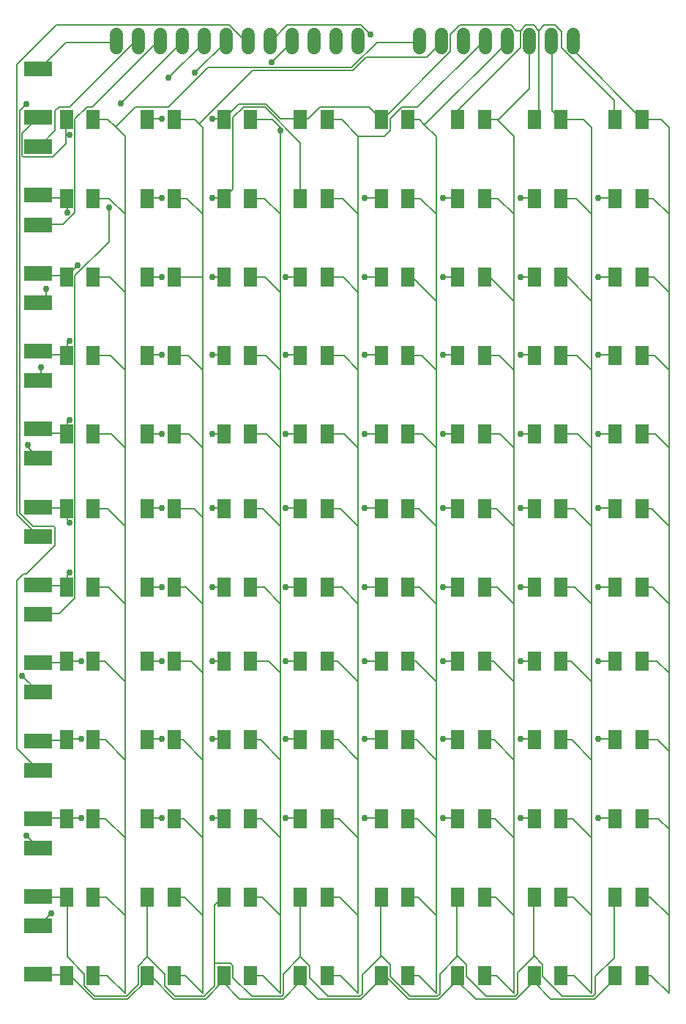
<source format=gbr>
G04 EAGLE Gerber RS-274X export*
G75*
%MOMM*%
%FSLAX34Y34*%
%LPD*%
%INTop Copper*%
%IPPOS*%
%AMOC8*
5,1,8,0,0,1.08239X$1,22.5*%
G01*
%ADD10R,1.500000X2.200000*%
%ADD11R,3.200000X1.800000*%
%ADD12C,1.524000*%
%ADD13C,0.152400*%
%ADD14C,0.756400*%


D10*
X103500Y1029300D03*
X72500Y1029300D03*
X103500Y222100D03*
X72500Y222100D03*
X103500Y131300D03*
X72500Y131300D03*
X103500Y40500D03*
X72500Y40500D03*
X103500Y938500D03*
X72500Y938500D03*
X103500Y847700D03*
X72500Y847700D03*
X103500Y756900D03*
X72500Y756900D03*
X103500Y666100D03*
X72500Y666100D03*
X103500Y580300D03*
X72500Y580300D03*
X103500Y489500D03*
X72500Y489500D03*
X103500Y403700D03*
X72500Y403700D03*
X103500Y312900D03*
X72500Y312900D03*
X197000Y1029300D03*
X166000Y1029300D03*
X197000Y222100D03*
X166000Y222100D03*
X197000Y131300D03*
X166000Y131300D03*
X197000Y40500D03*
X166000Y40500D03*
X197000Y938500D03*
X166000Y938500D03*
X197000Y847700D03*
X166000Y847700D03*
X197000Y756900D03*
X166000Y756900D03*
X197000Y666100D03*
X166000Y666100D03*
X197000Y580300D03*
X166000Y580300D03*
X197000Y489500D03*
X166000Y489500D03*
X197000Y403700D03*
X166000Y403700D03*
X197000Y312900D03*
X166000Y312900D03*
X285500Y1029300D03*
X254500Y1029300D03*
X285500Y222100D03*
X254500Y222100D03*
X285500Y131300D03*
X254500Y131300D03*
X285500Y40500D03*
X254500Y40500D03*
X285500Y938500D03*
X254500Y938500D03*
X285500Y847700D03*
X254500Y847700D03*
X285500Y756900D03*
X254500Y756900D03*
X285500Y666100D03*
X254500Y666100D03*
X285500Y580300D03*
X254500Y580300D03*
X285500Y489500D03*
X254500Y489500D03*
X285500Y403700D03*
X254500Y403700D03*
X285500Y312900D03*
X254500Y312900D03*
X374000Y1029300D03*
X343000Y1029300D03*
X374000Y222100D03*
X343000Y222100D03*
X374000Y131300D03*
X343000Y131300D03*
X374000Y40500D03*
X343000Y40500D03*
X374000Y938500D03*
X343000Y938500D03*
X374000Y847700D03*
X343000Y847700D03*
X374000Y756900D03*
X343000Y756900D03*
X374000Y666100D03*
X343000Y666100D03*
X374000Y580300D03*
X343000Y580300D03*
X374000Y489500D03*
X343000Y489500D03*
X374000Y403700D03*
X343000Y403700D03*
X374000Y312900D03*
X343000Y312900D03*
X467500Y1029300D03*
X436500Y1029300D03*
X467500Y222100D03*
X436500Y222100D03*
X467500Y131300D03*
X436500Y131300D03*
X467500Y40500D03*
X436500Y40500D03*
X467500Y938500D03*
X436500Y938500D03*
X467500Y847700D03*
X436500Y847700D03*
X467500Y756900D03*
X436500Y756900D03*
X467500Y666100D03*
X436500Y666100D03*
X467500Y580300D03*
X436500Y580300D03*
X467500Y489500D03*
X436500Y489500D03*
X467500Y403700D03*
X436500Y403700D03*
X467500Y312900D03*
X436500Y312900D03*
X556000Y1029300D03*
X525000Y1029300D03*
X556000Y222100D03*
X525000Y222100D03*
X556000Y131300D03*
X525000Y131300D03*
X556000Y40500D03*
X525000Y40500D03*
X556000Y938500D03*
X525000Y938500D03*
X556000Y847700D03*
X525000Y847700D03*
X556000Y756900D03*
X525000Y756900D03*
X556000Y666100D03*
X525000Y666100D03*
X556000Y580300D03*
X525000Y580300D03*
X556000Y489500D03*
X525000Y489500D03*
X556000Y403700D03*
X525000Y403700D03*
X556000Y312900D03*
X525000Y312900D03*
X644500Y1029300D03*
X613500Y1029300D03*
X644500Y222100D03*
X613500Y222100D03*
X644500Y131300D03*
X613500Y131300D03*
X644500Y40500D03*
X613500Y40500D03*
X644500Y938500D03*
X613500Y938500D03*
X644500Y847700D03*
X613500Y847700D03*
X644500Y756900D03*
X613500Y756900D03*
X644500Y666100D03*
X613500Y666100D03*
X644500Y580300D03*
X613500Y580300D03*
X644500Y489500D03*
X613500Y489500D03*
X644500Y403700D03*
X613500Y403700D03*
X644500Y312900D03*
X613500Y312900D03*
X738000Y1029300D03*
X707000Y1029300D03*
X738000Y222100D03*
X707000Y222100D03*
X738000Y131300D03*
X707000Y131300D03*
X738000Y40500D03*
X707000Y40500D03*
X738000Y938500D03*
X707000Y938500D03*
X738000Y847700D03*
X707000Y847700D03*
X738000Y756900D03*
X707000Y756900D03*
X738000Y666100D03*
X707000Y666100D03*
X738000Y580300D03*
X707000Y580300D03*
X738000Y489500D03*
X707000Y489500D03*
X738000Y403700D03*
X707000Y403700D03*
X738000Y312900D03*
X707000Y312900D03*
D11*
X40000Y1088000D03*
X40000Y1032000D03*
X40000Y278000D03*
X40000Y222000D03*
X40000Y188000D03*
X40000Y132000D03*
X40000Y98000D03*
X40000Y42000D03*
X40000Y998000D03*
X40000Y942000D03*
X40000Y908000D03*
X40000Y852000D03*
X40000Y818000D03*
X40000Y762000D03*
X40000Y728000D03*
X40000Y672000D03*
X40000Y638000D03*
X40000Y582000D03*
X40000Y548000D03*
X40000Y492000D03*
X40000Y458000D03*
X40000Y402000D03*
X40000Y368000D03*
X40000Y312000D03*
D12*
X658900Y1112380D02*
X658900Y1127620D01*
X633500Y1127620D02*
X633500Y1112380D01*
X608100Y1112380D02*
X608100Y1127620D01*
X582700Y1127620D02*
X582700Y1112380D01*
X557300Y1112380D02*
X557300Y1127620D01*
X531900Y1127620D02*
X531900Y1112380D01*
X506500Y1112380D02*
X506500Y1127620D01*
X481100Y1127620D02*
X481100Y1112380D01*
X130300Y1112380D02*
X130300Y1127620D01*
X155700Y1127620D02*
X155700Y1112380D01*
X181100Y1112380D02*
X181100Y1127620D01*
X206500Y1127620D02*
X206500Y1112380D01*
X231900Y1112380D02*
X231900Y1127620D01*
X257300Y1127620D02*
X257300Y1112380D01*
X282700Y1112380D02*
X282700Y1127620D01*
X308100Y1127620D02*
X308100Y1112380D01*
X333500Y1112380D02*
X333500Y1127620D01*
X358900Y1127620D02*
X358900Y1112380D01*
X384300Y1112380D02*
X384300Y1127620D01*
X409700Y1127620D02*
X409700Y1112380D01*
D13*
X390700Y1029300D02*
X374000Y1029300D01*
X390700Y1029300D02*
X410000Y1010000D01*
X410000Y110000D02*
X410000Y20000D01*
X410000Y110000D02*
X410000Y200000D01*
X410000Y290000D01*
X410000Y380000D01*
X410000Y470000D01*
X410000Y560000D01*
X410000Y650000D01*
X410000Y740000D01*
X410000Y830000D01*
X410000Y920000D01*
X410000Y1010000D01*
X389500Y40500D02*
X374000Y40500D01*
X389500Y40500D02*
X410000Y20000D01*
X388700Y131300D02*
X374000Y131300D01*
X388700Y131300D02*
X410000Y110000D01*
X387900Y222100D02*
X374000Y222100D01*
X387900Y222100D02*
X410000Y200000D01*
X387100Y312900D02*
X374000Y312900D01*
X387100Y312900D02*
X410000Y290000D01*
X386300Y403700D02*
X374000Y403700D01*
X386300Y403700D02*
X410000Y380000D01*
X389500Y489500D02*
X374000Y489500D01*
X389500Y489500D02*
X390000Y490000D01*
X410000Y470000D01*
X389700Y580300D02*
X374000Y580300D01*
X389700Y580300D02*
X410000Y560000D01*
X393900Y666100D02*
X374000Y666100D01*
X393900Y666100D02*
X410000Y650000D01*
X393100Y756900D02*
X374000Y756900D01*
X393100Y756900D02*
X410000Y740000D01*
X392300Y847700D02*
X374000Y847700D01*
X392300Y847700D02*
X410000Y830000D01*
X391500Y938500D02*
X374000Y938500D01*
X391500Y938500D02*
X410000Y920000D01*
X553212Y1118616D02*
X556260Y1118616D01*
X553212Y1118616D02*
X478536Y1043940D01*
X460248Y1043940D01*
X446532Y1030224D01*
X446532Y1016508D01*
X440436Y1010412D01*
X409956Y1010412D01*
X556260Y1118616D02*
X557300Y1120000D01*
X409956Y1010412D02*
X410000Y1010000D01*
X467500Y1029300D02*
X480700Y1029300D01*
X486014Y1023986D01*
X500000Y1010000D01*
X500000Y110000D02*
X500000Y20000D01*
X500000Y110000D02*
X500000Y200000D01*
X500000Y290000D01*
X500000Y380000D01*
X500000Y470000D01*
X500000Y560000D01*
X500000Y650000D01*
X500000Y740000D01*
X500000Y820000D01*
X500000Y920000D01*
X500000Y1010000D01*
X479500Y40500D02*
X467500Y40500D01*
X479500Y40500D02*
X500000Y20000D01*
X478700Y131300D02*
X467500Y131300D01*
X478700Y131300D02*
X500000Y110000D01*
X477900Y222100D02*
X467500Y222100D01*
X477900Y222100D02*
X500000Y200000D01*
X477100Y312900D02*
X467500Y312900D01*
X477100Y312900D02*
X500000Y290000D01*
X476300Y403700D02*
X467500Y403700D01*
X476300Y403700D02*
X500000Y380000D01*
X480500Y489500D02*
X467500Y489500D01*
X480500Y489500D02*
X500000Y470000D01*
X479700Y580300D02*
X467500Y580300D01*
X479700Y580300D02*
X500000Y560000D01*
X483900Y666100D02*
X467500Y666100D01*
X483900Y666100D02*
X500000Y650000D01*
X483100Y756900D02*
X467500Y756900D01*
X483100Y756900D02*
X500000Y740000D01*
X472300Y847700D02*
X467500Y847700D01*
X472300Y847700D02*
X500000Y820000D01*
X481500Y938500D02*
X467500Y938500D01*
X481500Y938500D02*
X500000Y920000D01*
X487680Y1024128D02*
X582168Y1118616D01*
X487680Y1024128D02*
X486156Y1024128D01*
X582168Y1118616D02*
X582700Y1120000D01*
X486156Y1024128D02*
X486014Y1023986D01*
X556000Y1029300D02*
X570700Y1029300D01*
X571400Y1028600D01*
X590000Y1010000D01*
X590000Y110000D02*
X590000Y20000D01*
X590000Y110000D02*
X590000Y200000D01*
X590000Y290000D01*
X590000Y380000D01*
X590000Y470000D01*
X590000Y560000D01*
X590000Y650000D01*
X590000Y740000D01*
X590000Y820000D01*
X590000Y920000D01*
X590000Y1010000D01*
X569500Y40500D02*
X556000Y40500D01*
X569500Y40500D02*
X590000Y20000D01*
X568700Y131300D02*
X556000Y131300D01*
X568700Y131300D02*
X590000Y110000D01*
X567900Y222100D02*
X556000Y222100D01*
X567900Y222100D02*
X590000Y200000D01*
X567100Y312900D02*
X556000Y312900D01*
X567100Y312900D02*
X590000Y290000D01*
X566300Y403700D02*
X556000Y403700D01*
X566300Y403700D02*
X590000Y380000D01*
X570500Y489500D02*
X556000Y489500D01*
X570500Y489500D02*
X590000Y470000D01*
X569700Y580300D02*
X556000Y580300D01*
X569700Y580300D02*
X590000Y560000D01*
X573900Y666100D02*
X556000Y666100D01*
X573900Y666100D02*
X590000Y650000D01*
X556900Y756900D02*
X556000Y756900D01*
X556900Y756900D02*
X560000Y760000D01*
X556000Y756900D02*
X573100Y756900D01*
X590000Y740000D01*
X562300Y847700D02*
X556000Y847700D01*
X562300Y847700D02*
X590000Y820000D01*
X571500Y938500D02*
X556000Y938500D01*
X571500Y938500D02*
X590000Y920000D01*
X608076Y1065276D02*
X608076Y1118616D01*
X608076Y1065276D02*
X571400Y1028600D01*
X608076Y1118616D02*
X608100Y1120000D01*
X644500Y1029300D02*
X670700Y1029300D01*
X680000Y1020000D01*
X680000Y110000D02*
X680000Y20000D01*
X680000Y110000D02*
X680000Y200000D01*
X680000Y290000D01*
X680000Y380000D01*
X680000Y470000D01*
X680000Y560000D01*
X680000Y650000D01*
X680000Y740000D01*
X680000Y820000D01*
X680000Y920000D01*
X680000Y1020000D01*
X659500Y40500D02*
X644500Y40500D01*
X659500Y40500D02*
X680000Y20000D01*
X658700Y131300D02*
X644500Y131300D01*
X658700Y131300D02*
X680000Y110000D01*
X657900Y222100D02*
X644500Y222100D01*
X657900Y222100D02*
X680000Y200000D01*
X657100Y312900D02*
X644500Y312900D01*
X657100Y312900D02*
X680000Y290000D01*
X656300Y403700D02*
X644500Y403700D01*
X656300Y403700D02*
X680000Y380000D01*
X660500Y489500D02*
X644500Y489500D01*
X660500Y489500D02*
X680000Y470000D01*
X659700Y580300D02*
X644500Y580300D01*
X659700Y580300D02*
X680000Y560000D01*
X663900Y666100D02*
X644500Y666100D01*
X663900Y666100D02*
X680000Y650000D01*
X663100Y756900D02*
X644500Y756900D01*
X663100Y756900D02*
X680000Y740000D01*
X652300Y847700D02*
X644500Y847700D01*
X652300Y847700D02*
X680000Y820000D01*
X661500Y938500D02*
X644500Y938500D01*
X661500Y938500D02*
X680000Y920000D01*
X633984Y1039368D02*
X633984Y1118616D01*
X633984Y1039368D02*
X643128Y1030224D01*
X633984Y1118616D02*
X633500Y1120000D01*
X643128Y1030224D02*
X644500Y1029300D01*
X738000Y1029300D02*
X759778Y1029300D01*
X769078Y1020000D01*
X769078Y110000D02*
X769078Y20000D01*
X769078Y110000D02*
X769078Y210000D01*
X769078Y300000D01*
X769078Y390000D01*
X769078Y470000D01*
X769078Y560000D01*
X769078Y650000D01*
X769078Y740000D01*
X769078Y830000D01*
X769078Y920000D01*
X769078Y1020000D01*
X748578Y40500D02*
X738000Y40500D01*
X748578Y40500D02*
X769078Y20000D01*
X747778Y131300D02*
X738000Y131300D01*
X747778Y131300D02*
X769078Y110000D01*
X756978Y222100D02*
X738000Y222100D01*
X756978Y222100D02*
X769078Y210000D01*
X756178Y312900D02*
X738000Y312900D01*
X756178Y312900D02*
X769078Y300000D01*
X755378Y403700D02*
X738000Y403700D01*
X755378Y403700D02*
X769078Y390000D01*
X749578Y489500D02*
X738000Y489500D01*
X749578Y489500D02*
X769078Y470000D01*
X748778Y580300D02*
X738000Y580300D01*
X748778Y580300D02*
X769078Y560000D01*
X752978Y666100D02*
X738000Y666100D01*
X752978Y666100D02*
X769078Y650000D01*
X752178Y756900D02*
X738000Y756900D01*
X752178Y756900D02*
X769078Y740000D01*
X751378Y847700D02*
X738000Y847700D01*
X751378Y847700D02*
X769078Y830000D01*
X750578Y938500D02*
X738000Y938500D01*
X750578Y938500D02*
X769078Y920000D01*
X659892Y1107948D02*
X659892Y1118616D01*
X659892Y1107948D02*
X737616Y1030224D01*
X659892Y1118616D02*
X658900Y1120000D01*
X737616Y1030224D02*
X738000Y1029300D01*
X525780Y1030224D02*
X525780Y1040892D01*
X597408Y1112520D01*
X597408Y1132332D01*
X603504Y1138428D01*
X612648Y1138428D01*
X618744Y1132332D01*
X618744Y1034796D01*
X614172Y1030224D01*
X525780Y1030224D02*
X525000Y1029300D01*
X613500Y1029300D02*
X614172Y1030224D01*
X705612Y1030224D02*
X705612Y1051560D01*
X644652Y1112520D01*
X644652Y1130808D01*
X637032Y1138428D01*
X624840Y1138428D01*
X618744Y1132332D01*
X705612Y1030224D02*
X707000Y1029300D01*
X352044Y1030224D02*
X344424Y1030224D01*
X352044Y1030224D02*
X365760Y1043940D01*
X422148Y1043940D01*
X435864Y1030224D01*
X344424Y1030224D02*
X343000Y1029300D01*
X435864Y1030224D02*
X436500Y1029300D01*
X71628Y1011936D02*
X71628Y1001268D01*
X71628Y1011936D02*
X71628Y1028700D01*
X71628Y1001268D02*
X56388Y986028D01*
X22860Y986028D01*
X21336Y987552D01*
X21336Y1013460D01*
X39624Y1031748D01*
X71628Y1028700D02*
X72500Y1029300D01*
X40000Y1032000D02*
X39624Y1031748D01*
X166116Y1030224D02*
X182880Y1030224D01*
X240792Y1030224D02*
X252984Y1030224D01*
X166116Y1030224D02*
X166000Y1029300D01*
X252984Y1030224D02*
X254500Y1029300D01*
X76200Y1011936D02*
X71628Y1011936D01*
X320040Y1030224D02*
X342900Y1030224D01*
X320040Y1030224D02*
X303276Y1046988D01*
X271272Y1046988D01*
X254508Y1030224D01*
X342900Y1030224D02*
X343000Y1029300D01*
X254508Y1030224D02*
X254500Y1029300D01*
X592836Y1132332D02*
X597408Y1132332D01*
X592836Y1132332D02*
X586740Y1138428D01*
X527304Y1138428D01*
X516636Y1127760D01*
X516636Y1107948D01*
X437388Y1028700D01*
X436500Y1029300D01*
D14*
X182880Y1030224D03*
X240792Y1030224D03*
X76200Y1011936D03*
D13*
X71628Y938784D02*
X44196Y938784D01*
X41148Y941832D01*
X71628Y938784D02*
X72500Y938500D01*
X41148Y941832D02*
X40000Y942000D01*
X166116Y938784D02*
X182880Y938784D01*
X240792Y938784D02*
X252984Y938784D01*
X166116Y938784D02*
X166000Y938500D01*
X252984Y938784D02*
X254500Y938500D01*
X342900Y938784D02*
X342900Y1002792D01*
X301752Y1043940D01*
X277368Y1043940D01*
X265176Y1031748D01*
X265176Y949452D01*
X254508Y938784D01*
X342900Y938784D02*
X343000Y938500D01*
X254508Y938784D02*
X254500Y938500D01*
X417576Y938784D02*
X435864Y938784D01*
X436500Y938500D01*
X507492Y938784D02*
X524256Y938784D01*
X525000Y938500D01*
X597408Y938784D02*
X612648Y938784D01*
X613500Y938500D01*
X687324Y938784D02*
X705612Y938784D01*
X707000Y938500D01*
X73152Y937260D02*
X73152Y922020D01*
X73152Y937260D02*
X72500Y938500D01*
D14*
X182880Y938784D03*
X240792Y938784D03*
X417576Y938784D03*
X507492Y938784D03*
X597408Y938784D03*
X687324Y938784D03*
X73152Y922020D03*
D13*
X71628Y757428D02*
X45720Y757428D01*
X41148Y762000D01*
X71628Y757428D02*
X72500Y756900D01*
X41148Y762000D02*
X40000Y762000D01*
X166116Y757428D02*
X182880Y757428D01*
X240792Y757428D02*
X252984Y757428D01*
X166116Y757428D02*
X166000Y756900D01*
X252984Y757428D02*
X254500Y756900D01*
X326136Y757428D02*
X342900Y757428D01*
X343000Y756900D01*
X417576Y757428D02*
X435864Y757428D01*
X436500Y756900D01*
X507492Y757428D02*
X524256Y757428D01*
X525000Y756900D01*
X597408Y757428D02*
X612648Y757428D01*
X613500Y756900D01*
X687324Y757428D02*
X705612Y757428D01*
X707000Y756900D01*
X73152Y757428D02*
X73152Y771144D01*
X76200Y774192D01*
X73152Y757428D02*
X72500Y756900D01*
D14*
X182880Y757428D03*
X240792Y757428D03*
X326136Y757428D03*
X417576Y757428D03*
X507492Y757428D03*
X597408Y757428D03*
X687324Y757428D03*
X76200Y774192D03*
D13*
X71628Y580644D02*
X41148Y580644D01*
X71628Y580644D02*
X72500Y580300D01*
X41148Y580644D02*
X40000Y582000D01*
X166116Y580644D02*
X182880Y580644D01*
X240792Y580644D02*
X252984Y580644D01*
X166116Y580644D02*
X166000Y580300D01*
X252984Y580644D02*
X254500Y580300D01*
X326136Y580644D02*
X342900Y580644D01*
X343000Y580300D01*
X417576Y580644D02*
X435864Y580644D01*
X436500Y580300D01*
X507492Y580644D02*
X524256Y580644D01*
X525000Y580300D01*
X597408Y580644D02*
X612648Y580644D01*
X613500Y580300D01*
X687324Y580644D02*
X705612Y580644D01*
X707000Y580300D01*
X73152Y579120D02*
X73152Y566928D01*
X76200Y563880D01*
X73152Y579120D02*
X72500Y580300D01*
D14*
X182880Y580644D03*
X240792Y580644D03*
X326136Y580644D03*
X417576Y580644D03*
X507492Y580644D03*
X597408Y580644D03*
X687324Y580644D03*
X76200Y563880D03*
D13*
X71628Y848868D02*
X44196Y848868D01*
X41148Y851916D01*
X71628Y848868D02*
X72500Y847700D01*
X41148Y851916D02*
X40000Y852000D01*
X166116Y847344D02*
X182880Y847344D01*
X240792Y847344D02*
X252984Y847344D01*
X166116Y847344D02*
X166000Y847700D01*
X252984Y847344D02*
X254500Y847700D01*
X326136Y847344D02*
X342900Y847344D01*
X343000Y847700D01*
X417576Y847344D02*
X435864Y847344D01*
X436500Y847700D01*
X507492Y847344D02*
X524256Y847344D01*
X525000Y847700D01*
X597408Y847344D02*
X612648Y847344D01*
X613500Y847700D01*
X687324Y847344D02*
X705612Y847344D01*
X707000Y847700D01*
X85344Y861060D02*
X73152Y848868D01*
X72500Y847700D01*
D14*
X182880Y847344D03*
X240792Y847344D03*
X326136Y847344D03*
X417576Y847344D03*
X507492Y847344D03*
X597408Y847344D03*
X687324Y847344D03*
X85344Y861060D03*
D13*
X71628Y667512D02*
X44196Y667512D01*
X41148Y670560D01*
X71628Y667512D02*
X72500Y666100D01*
X41148Y670560D02*
X40000Y672000D01*
X166116Y665988D02*
X182880Y665988D01*
X240792Y665988D02*
X252984Y665988D01*
X166116Y665988D02*
X166000Y666100D01*
X252984Y665988D02*
X254500Y666100D01*
X326136Y665988D02*
X342900Y665988D01*
X343000Y666100D01*
X417576Y665988D02*
X435864Y665988D01*
X436500Y666100D01*
X507492Y665988D02*
X524256Y665988D01*
X525000Y666100D01*
X597408Y665988D02*
X612648Y665988D01*
X613500Y666100D01*
X687324Y665988D02*
X705612Y665988D01*
X707000Y666100D01*
X73152Y667512D02*
X73152Y679704D01*
X76200Y682752D01*
X73152Y667512D02*
X72500Y666100D01*
D14*
X182880Y665988D03*
X240792Y665988D03*
X326136Y665988D03*
X417576Y665988D03*
X507492Y665988D03*
X597408Y665988D03*
X687324Y665988D03*
X76200Y682752D03*
D13*
X71628Y490728D02*
X41148Y490728D01*
X71628Y490728D02*
X72500Y489500D01*
X41148Y490728D02*
X40000Y492000D01*
X166116Y489204D02*
X182880Y489204D01*
X240792Y489204D02*
X252984Y489204D01*
X166116Y489204D02*
X166000Y489500D01*
X252984Y489204D02*
X254500Y489500D01*
X326136Y489204D02*
X342900Y489204D01*
X343000Y489500D01*
X417576Y489204D02*
X435864Y489204D01*
X436500Y489500D01*
X507492Y489204D02*
X524256Y489204D01*
X525000Y489500D01*
X597408Y489204D02*
X612648Y489204D01*
X613500Y489500D01*
X687324Y489204D02*
X705612Y489204D01*
X707000Y489500D01*
X73152Y490728D02*
X73152Y502920D01*
X76200Y505968D01*
X73152Y490728D02*
X72500Y489500D01*
D14*
X182880Y489204D03*
X240792Y489204D03*
X326136Y489204D03*
X417576Y489204D03*
X507492Y489204D03*
X597408Y489204D03*
X687324Y489204D03*
X76200Y505968D03*
D13*
X71628Y402336D02*
X41148Y402336D01*
X71628Y402336D02*
X72500Y403700D01*
X41148Y402336D02*
X40000Y402000D01*
X166116Y403860D02*
X182880Y403860D01*
X240792Y403860D02*
X252984Y403860D01*
X166116Y403860D02*
X166000Y403700D01*
X252984Y403860D02*
X254500Y403700D01*
X326136Y403860D02*
X342900Y403860D01*
X343000Y403700D01*
X417576Y403860D02*
X435864Y403860D01*
X436500Y403700D01*
X507492Y403860D02*
X524256Y403860D01*
X525000Y403700D01*
X597408Y403860D02*
X612648Y403860D01*
X613500Y403700D01*
X687324Y403860D02*
X705612Y403860D01*
X707000Y403700D01*
X89916Y403860D02*
X73152Y403860D01*
X72500Y403700D01*
D14*
X182880Y403860D03*
X240792Y403860D03*
X326136Y403860D03*
X417576Y403860D03*
X507492Y403860D03*
X597408Y403860D03*
X687324Y403860D03*
X89916Y403860D03*
D13*
X71628Y312420D02*
X41148Y312420D01*
X71628Y312420D02*
X72500Y312900D01*
X41148Y312420D02*
X40000Y312000D01*
X166116Y313944D02*
X182880Y313944D01*
X240792Y313944D02*
X252984Y313944D01*
X166116Y313944D02*
X166000Y312900D01*
X252984Y313944D02*
X254500Y312900D01*
X326136Y313944D02*
X342900Y313944D01*
X343000Y312900D01*
X417576Y313944D02*
X435864Y313944D01*
X436500Y312900D01*
X507492Y313944D02*
X524256Y313944D01*
X525000Y312900D01*
X597408Y313944D02*
X612648Y313944D01*
X613500Y312900D01*
X687324Y313944D02*
X705612Y313944D01*
X707000Y312900D01*
X89916Y313944D02*
X73152Y313944D01*
X72500Y312900D01*
D14*
X182880Y313944D03*
X240792Y313944D03*
X326136Y313944D03*
X417576Y313944D03*
X507492Y313944D03*
X597408Y313944D03*
X687324Y313944D03*
X89916Y313944D03*
D13*
X71628Y222504D02*
X41148Y222504D01*
X71628Y222504D02*
X72500Y222100D01*
X41148Y222504D02*
X40000Y222000D01*
X166116Y222504D02*
X182880Y222504D01*
X240792Y222504D02*
X252984Y222504D01*
X166116Y222504D02*
X166000Y222100D01*
X252984Y222504D02*
X254500Y222100D01*
X326136Y222504D02*
X342900Y222504D01*
X343000Y222100D01*
X417576Y222504D02*
X435864Y222504D01*
X436500Y222100D01*
X507492Y222504D02*
X524256Y222504D01*
X525000Y222100D01*
X597408Y222504D02*
X612648Y222504D01*
X613500Y222100D01*
X687324Y222504D02*
X705612Y222504D01*
X707000Y222100D01*
X89916Y222504D02*
X73152Y222504D01*
X72500Y222100D01*
D14*
X182880Y222504D03*
X240792Y222504D03*
X326136Y222504D03*
X417576Y222504D03*
X507492Y222504D03*
X597408Y222504D03*
X687324Y222504D03*
X89916Y222504D03*
D13*
X71628Y131064D02*
X41148Y131064D01*
X71628Y131064D02*
X72500Y131300D01*
X41148Y131064D02*
X40000Y132000D01*
X166116Y131064D02*
X166116Y62484D01*
X185928Y42672D01*
X185928Y28956D01*
X198120Y16764D01*
X231648Y16764D01*
X243840Y28956D01*
X243840Y54864D02*
X243840Y121920D01*
X243840Y54864D02*
X243840Y28956D01*
X243840Y121920D02*
X252984Y131064D01*
X166116Y131064D02*
X166000Y131300D01*
X252984Y131064D02*
X254500Y131300D01*
X342900Y131064D02*
X342900Y62484D01*
X323088Y42672D01*
X323088Y18288D01*
X321564Y16764D01*
X286512Y16764D01*
X265176Y38100D01*
X265176Y51816D01*
X262128Y54864D01*
X243840Y54864D01*
X342900Y131064D02*
X343000Y131300D01*
X435864Y64008D02*
X435864Y62484D01*
X435864Y64008D02*
X435864Y131064D01*
X435864Y62484D02*
X414528Y41148D01*
X414528Y19812D01*
X411480Y16764D01*
X374904Y16764D01*
X353568Y38100D01*
X353568Y51816D01*
X342900Y62484D01*
X435864Y131064D02*
X436500Y131300D01*
X524256Y64008D02*
X524256Y62484D01*
X524256Y64008D02*
X524256Y131064D01*
X524256Y62484D02*
X504444Y42672D01*
X504444Y19812D01*
X501396Y16764D01*
X469392Y16764D01*
X446532Y39624D01*
X446532Y53340D01*
X435864Y64008D01*
X524256Y131064D02*
X525000Y131300D01*
X612648Y64008D02*
X612648Y62484D01*
X612648Y64008D02*
X612648Y131064D01*
X612648Y62484D02*
X594360Y44196D01*
X594360Y19812D01*
X591312Y16764D01*
X557784Y16764D01*
X534924Y39624D01*
X534924Y53340D01*
X524256Y64008D01*
X612648Y131064D02*
X613500Y131300D01*
X705612Y131064D02*
X705612Y60960D01*
X684276Y39624D01*
X684276Y19812D01*
X681228Y16764D01*
X646176Y16764D01*
X623316Y39624D01*
X623316Y53340D01*
X612648Y64008D01*
X705612Y131064D02*
X707000Y131300D01*
X73152Y131064D02*
X73152Y62484D01*
X92964Y42672D01*
X92964Y28956D01*
X105156Y16764D01*
X141732Y16764D01*
X155448Y30480D01*
X155448Y51816D01*
X166116Y62484D01*
X73152Y131064D02*
X72500Y131300D01*
X437388Y39624D02*
X441960Y39624D01*
X467868Y13716D01*
X502920Y13716D01*
X524256Y35052D01*
X524256Y39624D01*
X437388Y39624D02*
X436500Y40500D01*
X524256Y39624D02*
X525000Y40500D01*
X612648Y39624D02*
X612648Y33528D01*
X592836Y13716D01*
X545592Y13716D01*
X524256Y35052D01*
X612648Y39624D02*
X613500Y40500D01*
X525000Y40500D02*
X524256Y35052D01*
X705612Y36576D02*
X705612Y39624D01*
X705612Y36576D02*
X682752Y13716D01*
X632460Y13716D01*
X612648Y33528D01*
X705612Y39624D02*
X707000Y40500D01*
X613500Y40500D02*
X612648Y33528D01*
X71628Y41148D02*
X41148Y41148D01*
X71628Y41148D02*
X72500Y40500D01*
X41148Y41148D02*
X40000Y42000D01*
X166116Y39624D02*
X170688Y39624D01*
X196596Y13716D01*
X233172Y13716D01*
X252984Y33528D01*
X252984Y39624D01*
X166116Y39624D02*
X166000Y40500D01*
X252984Y39624D02*
X254500Y40500D01*
X342900Y39624D02*
X342900Y33528D01*
X323088Y13716D01*
X272796Y13716D01*
X252984Y33528D01*
X342900Y39624D02*
X343000Y40500D01*
X254500Y40500D02*
X252984Y33528D01*
X77724Y39624D02*
X73152Y39624D01*
X77724Y39624D02*
X103632Y13716D01*
X143256Y13716D01*
X164592Y35052D01*
X164592Y39624D01*
X73152Y39624D02*
X72500Y40500D01*
X164592Y39624D02*
X166000Y40500D01*
X435864Y39624D02*
X435864Y36576D01*
X413004Y13716D01*
X362712Y13716D01*
X342900Y33528D01*
X435864Y39624D02*
X436500Y40500D01*
X343000Y40500D02*
X342900Y33528D01*
X220700Y1029300D02*
X197000Y1029300D01*
X220700Y1029300D02*
X225712Y1024288D01*
X230000Y1020000D01*
X230000Y110000D02*
X230000Y20000D01*
X230000Y110000D02*
X230000Y200000D01*
X230000Y290000D01*
X230000Y390000D01*
X230000Y470000D01*
X230000Y570000D01*
X230000Y650000D01*
X230000Y740000D01*
X230000Y847344D01*
X230000Y920000D01*
X230000Y1020000D01*
X209500Y40500D02*
X197000Y40500D01*
X209500Y40500D02*
X230000Y20000D01*
X208700Y131300D02*
X197000Y131300D01*
X208700Y131300D02*
X230000Y110000D01*
X207900Y222100D02*
X197000Y222100D01*
X207900Y222100D02*
X230000Y200000D01*
X209500Y489500D02*
X197000Y489500D01*
X209500Y489500D02*
X210000Y490000D01*
X230000Y470000D01*
X216300Y403700D02*
X197000Y403700D01*
X216300Y403700D02*
X230000Y390000D01*
X207100Y312900D02*
X197000Y312900D01*
X207100Y312900D02*
X230000Y290000D01*
X219700Y580300D02*
X197000Y580300D01*
X219700Y580300D02*
X230000Y570000D01*
X213900Y666100D02*
X197000Y666100D01*
X213900Y666100D02*
X230000Y650000D01*
X213100Y756900D02*
X197000Y756900D01*
X213100Y756900D02*
X230000Y740000D01*
X211500Y938500D02*
X197000Y938500D01*
X211500Y938500D02*
X230000Y920000D01*
X230000Y847344D02*
X198120Y847344D01*
X197000Y847700D01*
X230000Y847344D02*
X230124Y847344D01*
X225712Y1024288D02*
X288036Y1086612D01*
X403860Y1086612D01*
X419100Y1101852D01*
X489204Y1101852D01*
X505968Y1118616D01*
X225712Y1024288D02*
X225552Y1024128D01*
X505968Y1118616D02*
X506500Y1120000D01*
X119300Y1029300D02*
X103500Y1029300D01*
X119300Y1029300D02*
X120000Y1030000D01*
X129230Y1020770D01*
X140000Y1010000D01*
X140000Y110000D02*
X140000Y20000D01*
X140000Y110000D02*
X140000Y200000D01*
X140000Y290000D01*
X140000Y380000D01*
X140000Y470000D01*
X140000Y560000D01*
X140000Y650000D01*
X140000Y740000D01*
X140000Y830000D01*
X140000Y920000D01*
X140000Y1010000D01*
X119500Y40500D02*
X103500Y40500D01*
X119500Y40500D02*
X140000Y20000D01*
X118700Y131300D02*
X103500Y131300D01*
X118700Y131300D02*
X140000Y110000D01*
X117900Y222100D02*
X103500Y222100D01*
X117900Y222100D02*
X140000Y200000D01*
X117100Y312900D02*
X103500Y312900D01*
X117100Y312900D02*
X140000Y290000D01*
X119500Y489500D02*
X103500Y489500D01*
X119500Y489500D02*
X120000Y490000D01*
X140000Y470000D01*
X119700Y580300D02*
X103500Y580300D01*
X119700Y580300D02*
X140000Y560000D01*
X116300Y403700D02*
X103500Y403700D01*
X116300Y403700D02*
X140000Y380000D01*
X123900Y666100D02*
X103500Y666100D01*
X123900Y666100D02*
X140000Y650000D01*
X123100Y756900D02*
X103500Y756900D01*
X123100Y756900D02*
X140000Y740000D01*
X121500Y938500D02*
X103500Y938500D01*
X121500Y938500D02*
X140000Y920000D01*
X122300Y847700D02*
X103500Y847700D01*
X122300Y847700D02*
X140000Y830000D01*
X431292Y1118616D02*
X480060Y1118616D01*
X431292Y1118616D02*
X402336Y1089660D01*
X236220Y1089660D01*
X190500Y1043940D01*
X152400Y1043940D01*
X129230Y1020770D01*
X480060Y1118616D02*
X481100Y1120000D01*
X129540Y1118616D02*
X71628Y1118616D01*
X41148Y1088136D01*
X129540Y1118616D02*
X130300Y1120000D01*
X41148Y1088136D02*
X40000Y1088000D01*
X150876Y1118616D02*
X155448Y1118616D01*
X150876Y1118616D02*
X76200Y1043940D01*
X64008Y1043940D01*
X59436Y1039368D01*
X59436Y1016508D01*
X41148Y998220D01*
X155448Y1118616D02*
X155700Y1120000D01*
X41148Y998220D02*
X40000Y998000D01*
X176784Y1118616D02*
X179832Y1118616D01*
X176784Y1118616D02*
X102108Y1043940D01*
X96012Y1043940D01*
X82296Y1030224D01*
X82296Y922020D01*
X68580Y908304D01*
X41148Y908304D01*
X179832Y1118616D02*
X181100Y1120000D01*
X41148Y908304D02*
X40000Y908000D01*
X135636Y1048512D02*
X205740Y1118616D01*
X48768Y833628D02*
X48768Y826008D01*
X41148Y818388D01*
X205740Y1118616D02*
X206500Y1120000D01*
X41148Y818388D02*
X40000Y818000D01*
D14*
X135636Y1048512D03*
X48768Y833628D03*
D13*
X190500Y1077468D02*
X231648Y1118616D01*
X42672Y743712D02*
X42672Y729996D01*
X41148Y728472D01*
X231648Y1118616D02*
X231900Y1120000D01*
X41148Y728472D02*
X40000Y728000D01*
D14*
X190500Y1077468D03*
X42672Y743712D03*
D13*
X220980Y1083564D02*
X256032Y1118616D01*
X27432Y653796D02*
X27432Y650748D01*
X39624Y638556D01*
X256032Y1118616D02*
X257300Y1120000D01*
X39624Y638556D02*
X40000Y638000D01*
D14*
X220980Y1083564D03*
X27432Y653796D03*
D13*
X278892Y1120140D02*
X281940Y1120140D01*
X278892Y1120140D02*
X260604Y1138428D01*
X60960Y1138428D01*
X15240Y1092708D01*
X15240Y573024D01*
X39624Y548640D01*
X281940Y1120140D02*
X282700Y1120000D01*
X39624Y548640D02*
X40000Y548000D01*
X309372Y1120140D02*
X327660Y1138428D01*
X413004Y1138428D01*
X423672Y1127760D01*
X121920Y928116D02*
X121920Y888492D01*
X82296Y848868D01*
X82296Y477012D01*
X64008Y458724D01*
X41148Y458724D01*
X308100Y1120000D02*
X309372Y1120140D01*
X41148Y458724D02*
X40000Y458000D01*
D14*
X423672Y1127760D03*
X121920Y928116D03*
D13*
X309372Y1095756D02*
X332232Y1118616D01*
X21336Y387096D02*
X39624Y368808D01*
X332232Y1118616D02*
X333500Y1120000D01*
X39624Y368808D02*
X40000Y368000D01*
D14*
X309372Y1095756D03*
X21336Y387096D03*
D13*
X18288Y1039368D02*
X25908Y1046988D01*
X18288Y1039368D02*
X18288Y574548D01*
X33528Y559308D01*
X57912Y559308D01*
X59436Y557784D01*
X59436Y537972D01*
X25908Y504444D01*
X22860Y504444D01*
X15240Y496824D01*
X15240Y303276D01*
X39624Y278892D01*
X40000Y278000D01*
D14*
X25908Y1046988D03*
D13*
X25908Y202692D02*
X39624Y188976D01*
X40000Y188000D01*
D14*
X25908Y202692D03*
D13*
X54864Y112776D02*
X41148Y99060D01*
X40000Y98000D01*
D14*
X54864Y112776D03*
D13*
X285500Y1029300D02*
X310700Y1029300D01*
X320000Y1020000D01*
X320000Y110000D02*
X320000Y20000D01*
X320000Y110000D02*
X320000Y200000D01*
X320000Y290000D01*
X320000Y390000D01*
X320000Y470000D01*
X320000Y560000D01*
X320000Y650000D01*
X320000Y740000D01*
X320000Y830000D01*
X320000Y920000D01*
X320000Y1016508D01*
X320000Y1020000D01*
X299500Y40500D02*
X285500Y40500D01*
X299500Y40500D02*
X320000Y20000D01*
X298700Y131300D02*
X285500Y131300D01*
X298700Y131300D02*
X320000Y110000D01*
X297900Y222100D02*
X285500Y222100D01*
X297900Y222100D02*
X320000Y200000D01*
X297100Y312900D02*
X285500Y312900D01*
X297100Y312900D02*
X320000Y290000D01*
X306300Y403700D02*
X285500Y403700D01*
X306300Y403700D02*
X320000Y390000D01*
X299500Y489500D02*
X285500Y489500D01*
X299500Y489500D02*
X300000Y490000D01*
X320000Y470000D01*
X299700Y580300D02*
X285500Y580300D01*
X299700Y580300D02*
X320000Y560000D01*
X303900Y666100D02*
X285500Y666100D01*
X303900Y666100D02*
X320000Y650000D01*
X303100Y756900D02*
X285500Y756900D01*
X303100Y756900D02*
X320000Y740000D01*
X302300Y847700D02*
X285500Y847700D01*
X302300Y847700D02*
X320000Y830000D01*
X301500Y938500D02*
X285500Y938500D01*
X301500Y938500D02*
X320000Y920000D01*
X320040Y1016508D02*
X320000Y1016508D01*
D14*
X320040Y1016508D03*
M02*

</source>
